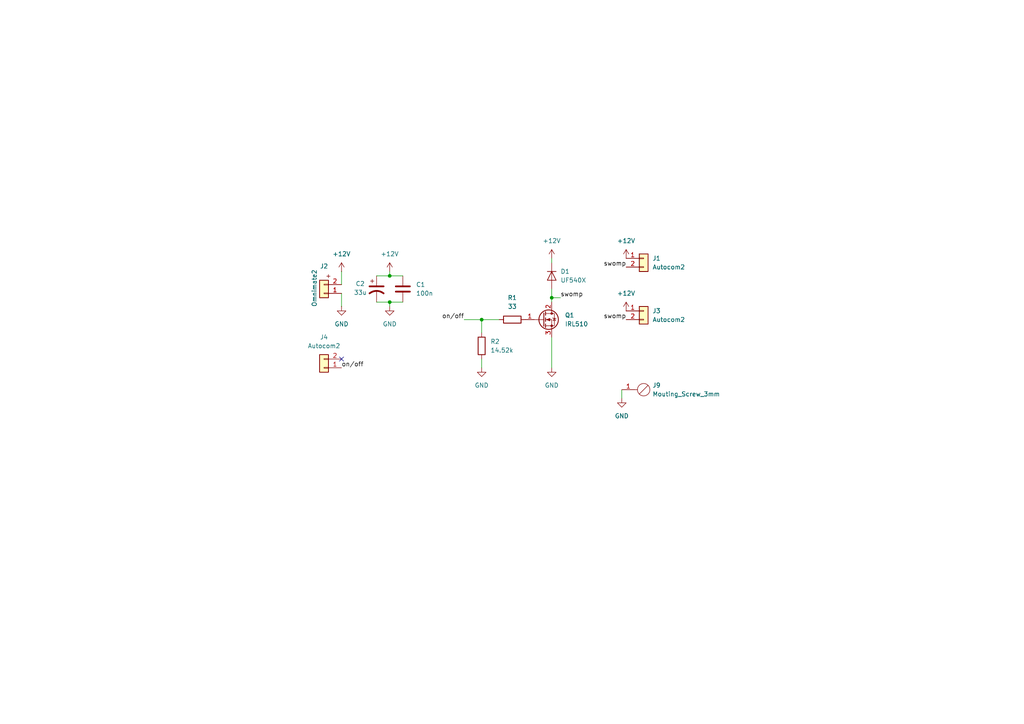
<source format=kicad_sch>
(kicad_sch (version 20250114) (generator "eeschema") (generator_version "9.0")
  (paper "A4")
  (lib_symbols
    (symbol "SymbGamelGe2_v6:Autocom2" (pin_names (offset 1.016) (hide yes))
      (property "Reference" "J" (at 0 2.54 0))
      (property "Value" "Autocom2" (at 0 -5.08 0))
      (symbol "Autocom2_1_1"
        (rectangle (start -1.27 1.27) (end 1.27 -3.81) (stroke (width 0.254)) (fill (type background)))
        (rectangle (start -1.27 0.127) (end 0 -0.127) (stroke (width 0.1524)))
        (rectangle (start -1.27 -2.413) (end 0 -2.667) (stroke (width 0.1524)))
        (pin passive line (at -5.08 0 0) (length 3.81) (name "Pin_1") (number "1"))
        (pin passive line (at -5.08 -2.54 0) (length 3.81) (name "Pin_2") (number "2"))
      )
    )
    (symbol "SymbGamelGe2_v6:C" (pin_numbers (hide yes)) (pin_names (offset 0.254))
      (property "Reference" "C" (at 0.635 2.54 0))
      (property "Value" "C" (at 0.635 -2.54 0))
      (symbol "C_0_1"
        (polyline (pts (xy -2.032 0.762) (xy 2.032 0.762)) (stroke (width 0.508)))
        (polyline (pts (xy -2.032 -0.762) (xy 2.032 -0.762)) (stroke (width 0.508)))
      )
      (symbol "C_1_1"
        (pin passive line (at 0 3.81 270) (length 2.794) (name "~") (number "1"))
        (pin passive line (at 0 -3.81 90) (length 2.794) (name "~") (number "2"))
      )
    )
    (symbol "SymbGamelGe2_v6:Cp" (pin_numbers (hide yes)) (pin_names (offset 0.254) (hide yes))
      (property "Reference" "C" (at 0.635 2.54 0))
      (property "Value" "Cp" (at 0.635 -2.54 0))
      (symbol "Cp_0_1"
        (polyline (pts (xy -2.032 0.762) (xy 2.032 0.762)) (stroke (width 0.508)))
        (polyline (pts (xy -1.778 2.286) (xy -0.762 2.286)))
        (polyline (pts (xy -1.27 1.778) (xy -1.27 2.794)))
        (arc (start -2.032 -1.27) (mid 0 -0.5572) (end 2.032 -1.27) (stroke (width 0.508)))
      )
      (symbol "Cp_1_1"
        (pin passive line (at 0 3.81 270) (length 2.794) (name "~") (number "1"))
        (pin passive line (at 0 -3.81 90) (length 3.302) (name "~") (number "2"))
      )
    )
    (symbol "SymbGamelGe2_v6:IRL510" (pin_names (offset 0) (hide yes))
      (property "Reference" "Q" (at 6.35 1.905 0))
      (property "Value" "IRL510" (at 6.35 0 0))
      (symbol "IRL510_0_1"
        (polyline (pts (xy 0.254 1.905) (xy 0.254 -1.905) (xy 0.254 -1.905)) (stroke (width 0.254)))
        (polyline (pts (xy 0.254 0) (xy -2.54 0)))
        (polyline (pts (xy 0.762 2.286) (xy 0.762 1.27)) (stroke (width 0.254)))
        (polyline (pts (xy 0.762 1.778) (xy 2.54 1.778)))
        (polyline (pts (xy 0.762 0.508) (xy 0.762 -0.508)) (stroke (width 0.254)))
        (polyline (pts (xy 0.762 0) (xy 2.54 0)))
        (polyline (pts (xy 0.762 -1.27) (xy 0.762 -2.286)) (stroke (width 0.254)))
        (polyline (pts (xy 0.762 -1.778) (xy 2.54 -1.778)))
        (polyline (pts (xy 1.016 0) (xy 2.032 0.381) (xy 2.032 -0.381) (xy 1.016 0)) (fill (type outline)))
        (circle (center 1.651 0) (radius 2.8194) (stroke (width 0.254)))
        (polyline (pts (xy 2.54 2.54) (xy 2.54 1.778)))
        (circle (center 2.54 1.778) (radius 0.2794) (fill (type outline)))
        (polyline (pts (xy 2.54 -1.778) (xy 2.54 0)))
        (polyline (pts (xy 2.54 -1.778) (xy 2.54 -2.54)))
        (polyline (pts (xy 2.54 -1.778) (xy 3.302 -1.778) (xy 3.302 1.778) (xy 2.54 1.778)))
        (circle (center 2.54 -1.778) (radius 0.2794) (fill (type outline)))
        (polyline (pts (xy 2.794 0.508) (xy 2.921 0.381) (xy 3.683 0.381) (xy 3.81 0.254)))
        (polyline (pts (xy 3.302 0.381) (xy 2.921 -0.254) (xy 3.683 -0.254) (xy 3.302 0.381)))
      )
      (symbol "IRL510_1_1"
        (pin input line (at -5.08 0 0) (length 2.54) (name "G") (number "1"))
        (pin passive line (at 2.54 5.08 270) (length 2.54) (name "D") (number "2"))
        (pin passive line (at 2.54 -5.08 90) (length 2.54) (name "S") (number "3"))
      )
    )
    (symbol "SymbGamelGe2_v6:Mouting_Screw_3mm" (pin_names (offset 1.016) (hide yes))
      (property "Reference" "J" (at 0 2.54 0))
      (property "Value" "Mouting_Screw_3mm" (at 1.27 -2.54 0))
      (symbol "Mouting_Screw_3mm_0_1"
        (polyline (pts (xy 0 -1.27) (xy 2.54 1.27)))
        (circle (center 1.27 0) (radius 1.8034))
      )
      (symbol "Mouting_Screw_3mm_1_1"
        (polyline (pts (xy -1.27 0) (xy -0.508 0)) (stroke (width 0.1524)))
        (pin passive line (at -5.08 0 0) (length 3.81) (name "Pin_1") (number "1"))
      )
    )
    (symbol "SymbGamelGe2_v6:Omnimate2" (pin_names (offset 1.016) (hide yes))
      (property "Reference" "J" (at -1.27 2.54 0))
      (property "Value" "Omnimate2" (at 0 -5.08 0))
      (symbol "Omnimate2_0_0"
        (text "+" (at 1.27 2.54 0) (effects (font (size 1.27 1.27))))
      )
      (symbol "Omnimate2_1_1"
        (rectangle (start -1.27 1.27) (end 1.27 -3.81) (stroke (width 0.254)) (fill (type background)))
        (rectangle (start 0 0.127) (end 1.27 -0.127) (stroke (width 0.1524)))
        (rectangle (start 0 -2.413) (end 1.27 -2.667) (stroke (width 0.1524)))
        (pin passive line (at 5.08 0 180) (length 3.81) (name "Pin_2") (number "2"))
        (pin passive line (at 5.08 -2.54 180) (length 3.81) (name "Pin_1") (number "1"))
      )
    )
    (symbol "SymbGamelGe2_v6:R" (pin_numbers (hide yes)) (pin_names (offset 0))
      (property "Reference" "R" (at 2.032 0 90))
      (property "Value" "R" (at 0 0 90))
      (symbol "R_0_1"
        (rectangle (start -1.016 -2.54) (end 1.016 2.54) (stroke (width 0.254)))
      )
      (symbol "R_1_1"
        (pin passive line (at 0 3.81 270) (length 1.27) (name "~") (number "1"))
        (pin passive line (at 0 -3.81 90) (length 1.27) (name "~") (number "2"))
      )
    )
    (symbol "SymbGamelGe2_v6:UF540X" (pin_numbers (hide yes)) (pin_names (offset 1.016) (hide yes))
      (property "Reference" "D" (at 0 2.54 0))
      (property "Value" "UF540X" (at 0 -2.54 0))
      (symbol "UF540X_0_1"
        (polyline (pts (xy -1.27 1.27) (xy -1.27 -1.27)) (stroke (width 0.2032)))
        (polyline (pts (xy 1.27 1.27) (xy 1.27 -1.27) (xy -1.27 0) (xy 1.27 1.27)) (stroke (width 0.2032)))
        (polyline (pts (xy 1.27 0) (xy -1.27 0)))
      )
      (symbol "UF540X_1_1"
        (pin passive line (at -3.81 0 0) (length 2.54) (name "K") (number "1"))
        (pin passive line (at 3.81 0 180) (length 2.54) (name "A") (number "2"))
      )
    )
    (symbol "power:+12V" (power) (pin_numbers (hide yes)) (pin_names (offset 0) (hide yes))
      (property "Value" "+12V" (at 0 3.556 0))
      (symbol "+12V_0_1"
        (polyline (pts (xy -0.762 1.27) (xy 0 2.54)))
        (polyline (pts (xy 0 2.54) (xy 0.762 1.27)))
        (polyline (pts (xy 0 0) (xy 0 2.54)))
      )
      (symbol "+12V_1_1"
        (pin power_in line (at 0 0 90) (length 0) (name "~") (number "1"))
      )
    )
    (symbol "power:GND" (power) (pin_numbers (hide yes)) (pin_names (offset 0) (hide yes))
      (property "Value" "GND" (at 0 -3.81 0))
      (symbol "GND_0_1"
        (polyline (pts (xy 0 0) (xy 0 -1.27) (xy 1.27 -1.27) (xy 0 -2.54) (xy -1.27 -1.27) (xy 0 -1.27)))
      )
      (symbol "GND_1_1"
        (pin power_in line (at 0 0 270) (length 0) (name "~") (number "1"))
      )
    )
  )
  (junction (at 113.03 87.63))
  (junction (at 160.02 86.36))
  (junction (at 139.7 92.71))
  (junction (at 113.03 80.01))
  (no_connect (at 99.06 104.14))
  (wire (pts (xy 113.03 88.9) (xy 113.03 87.63)))
  (wire (pts (xy 109.22 87.63) (xy 113.03 87.63)))
  (wire (pts (xy 160.02 83.82) (xy 160.02 86.36)))
  (wire (pts (xy 134.62 92.71) (xy 139.7 92.71)))
  (wire (pts (xy 99.06 88.9) (xy 99.06 85.09)))
  (wire (pts (xy 113.03 87.63) (xy 116.84 87.63)))
  (wire (pts (xy 139.7 92.71) (xy 139.7 96.52)))
  (wire (pts (xy 160.02 74.93) (xy 160.02 76.2)))
  (wire (pts (xy 160.02 86.36) (xy 160.02 87.63)))
  (wire (pts (xy 99.06 78.74) (xy 99.06 82.55)))
  (wire (pts (xy 139.7 92.71) (xy 144.78 92.71)))
  (wire (pts (xy 109.22 80.01) (xy 113.03 80.01)))
  (wire (pts (xy 139.7 106.68) (xy 139.7 104.14)))
  (wire (pts (xy 113.03 80.01) (xy 116.84 80.01)))
  (wire (pts (xy 160.02 106.68) (xy 160.02 97.79)))
  (wire (pts (xy 113.03 78.74) (xy 113.03 80.01)))
  (wire (pts (xy 162.56 86.36) (xy 160.02 86.36)))
  (wire (pts (xy 180.34 115.57) (xy 180.34 113.03)))
  (label "swomp" (at 181.61 77.47 180))
  (label "on{slash}off" (at 99.06 106.68 0))
  (label "swomp" (at 162.56 86.36 0))
  (label "swomp" (at 181.61 92.71 180))
  (label "on{slash}off" (at 134.62 92.71 180))
  (symbol (lib_id "power:GND") (at 180.34 115.57 0) (unit 1)
    (property "Reference" "#PWR010" (effects (hide yes)))
    (property "Value" "GND" (at 180.34 120.65 0))
    (property "Description" "Power symbol creates a global label with name \"GND\" , ground" (effects (hide yes)))
  )
  (symbol (lib_id "SymbGamelGe2_v6:C") (at 116.84 83.82 0) (unit 1)
    (property "Reference" "C1" (at 120.65 82.5499 0) (effects (justify left)))
    (property "Value" "100n" (at 120.65 85.0899 0) (effects (justify left)))
    (property "Footprint" "FootprintGamelGe2_v6:C_Rect_L7.0mm_W2.5mm_P5.00mm" (effects (hide yes)))
    (property "Description" "Unpolarized capacitor" (effects (hide yes)))
  )
  (symbol (lib_id "SymbGamelGe2_v6:Cp") (at 109.22 83.82 0) (unit 1)
    (property "Reference" "C2" (at 103.124 82.296 0) (effects (justify left)))
    (property "Value" "33u" (at 102.616 84.836 0) (effects (justify left)))
    (property "Footprint" "FootprintGamelGe2_v6:CP_Radial_D5.0mm_P2.50mm" (effects (hide yes)))
    (property "Description" "Polarized capacitor, US symbol" (effects (hide yes)))
  )
  (symbol (lib_id "power:GND") (at 113.03 88.9 0) (unit 1)
    (property "Reference" "#PWR04" (effects (hide yes)))
    (property "Value" "GND" (at 113.03 93.98 0))
    (property "Description" "Power symbol creates a global label with name \"GND\" , ground" (effects (hide yes)))
  )
  (symbol (lib_id "power:GND") (at 160.02 106.68 0) (unit 1)
    (property "Reference" "#PWR06" (effects (hide yes)))
    (property "Value" "GND" (at 160.02 111.76 0))
    (property "Description" "Power symbol creates a global label with name \"GND\" , ground" (effects (hide yes)))
  )
  (symbol (lib_id "SymbGamelGe2_v6:Autocom2") (at 186.69 90.17 0) (unit 1)
    (property "Reference" "J3" (at 189.23 90.1699 0) (effects (justify left)))
    (property "Value" "Autocom2" (at 189.23 92.7099 0) (effects (justify left)))
    (property "Footprint" "FootprintGamelGe2_v6:Autocom2" (effects (hide yes)))
    (property "Description" "Autocom HE14 connector, single row, 01x02" (effects (hide yes)))
  )
  (symbol (lib_id "SymbGamelGe2_v6:UF540X") (at 160.02 80.01 270) (unit 1)
    (property "Reference" "D1" (at 162.56 78.7399 90) (effects (justify left)))
    (property "Value" "UF540X" (at 162.56 81.2799 90) (effects (justify left)))
    (property "Footprint" "FootprintGamelGe2_v6:D_DO-201AD_P15.24mm_Horizontal" (effects (hide yes)))
    (property "Datasheet" "https://www.vishay.com/docs/88756/uf5400.pdf" (effects (hide yes)))
    (property "Description" "Fast Diode, DO-201AD" (effects (hide yes)))
  )
  (symbol (lib_id "SymbGamelGe2_v6:IRL510") (at 157.48 92.71 0) (unit 1)
    (property "Reference" "Q1" (at 163.83 91.4399 0) (effects (justify left)))
    (property "Value" "IRL510" (at 163.83 93.9799 0) (effects (justify left)))
    (property "Footprint" "FootprintGamelGe2_v6:TO-220-3_Vertical" (effects (hide yes)))
    (property "Datasheet" "https://www.vishay.com/docs/91297/sihl510.pdf" (effects (hide yes)))
    (property "Description" "5.6A Id, 100V Vds, N-Channel Power MOSFET, TO-220" (effects (hide yes)))
  )
  (symbol (lib_id "power:GND") (at 139.7 106.68 0) (unit 1)
    (property "Reference" "#PWR09" (effects (hide yes)))
    (property "Value" "GND" (at 139.7 111.76 0))
    (property "Description" "Power symbol creates a global label with name \"GND\" , ground" (effects (hide yes)))
  )
  (symbol (lib_id "power:+12V") (at 99.06 78.74 0) (unit 1)
    (property "Reference" "#PWR01" (effects (hide yes)))
    (property "Value" "+12V" (at 99.06 73.66 0))
    (property "Description" "Power symbol creates a global label with name \"+12V\"" (effects (hide yes)))
  )
  (symbol (lib_id "power:GND") (at 99.06 88.9 0) (unit 1)
    (property "Reference" "#PWR02" (effects (hide yes)))
    (property "Value" "GND" (at 99.06 93.98 0))
    (property "Description" "Power symbol creates a global label with name \"GND\" , ground" (effects (hide yes)))
  )
  (symbol (lib_id "SymbGamelGe2_v6:Omnimate2") (at 93.98 82.55 0) (unit 1)
    (property "Reference" "J2" (at 93.98 77.216 0))
    (property "Value" "Omnimate2" (at 91.186 83.566 90))
    (property "Footprint" "FootprintGamelGe2_v6:OmnimateSL-5,08_1x02_P5.08mm_Vertical" (effects (hide yes)))
    (property "Description" "Connector BL/SL 5.08, single row, 01x02, power supply connector" (effects (hide yes)))
  )
  (symbol (lib_id "SymbGamelGe2_v6:Autocom2") (at 186.69 74.93 0) (unit 1)
    (property "Reference" "J1" (at 189.23 74.9299 0) (effects (justify left)))
    (property "Value" "Autocom2" (at 189.23 77.4699 0) (effects (justify left)))
    (property "Footprint" "FootprintGamelGe2_v6:Autocom2" (effects (hide yes)))
    (property "Description" "Autocom HE14 connector, single row, 01x02" (effects (hide yes)))
  )
  (symbol (lib_id "SymbGamelGe2_v6:Autocom2") (at 93.98 106.68 180) (unit 1)
    (property "Reference" "J4" (at 93.98 97.79 0))
    (property "Value" "Autocom2" (at 93.98 100.33 0))
    (property "Footprint" "FootprintGamelGe2_v6:Autocom2" (effects (hide yes)))
    (property "Description" "Autocom HE14 connector, single row, 01x02" (effects (hide yes)))
  )
  (symbol (lib_id "power:+12V") (at 181.61 74.93 0) (unit 1)
    (property "Reference" "#PWR07" (effects (hide yes)))
    (property "Value" "+12V" (at 181.61 69.85 0))
    (property "Description" "Power symbol creates a global label with name \"+12V\"" (effects (hide yes)))
  )
  (symbol (lib_id "power:+12V") (at 181.61 90.17 0) (unit 1)
    (property "Reference" "#PWR08" (effects (hide yes)))
    (property "Value" "+12V" (at 181.61 85.09 0))
    (property "Description" "Power symbol creates a global label with name \"+12V\"" (effects (hide yes)))
  )
  (symbol (lib_id "power:+12V") (at 113.03 78.74 0) (unit 1)
    (property "Reference" "#PWR03" (effects (hide yes)))
    (property "Value" "+12V" (at 113.03 73.66 0))
    (property "Description" "Power symbol creates a global label with name \"+12V\"" (effects (hide yes)))
  )
  (symbol (lib_id "power:+12V") (at 160.02 74.93 0) (unit 1)
    (property "Reference" "#PWR05" (effects (hide yes)))
    (property "Value" "+12V" (at 160.02 69.85 0))
    (property "Description" "Power symbol creates a global label with name \"+12V\"" (effects (hide yes)))
  )
  (symbol (lib_id "SymbGamelGe2_v6:Mouting_Screw_3mm") (at 185.42 113.03 0) (unit 1)
    (property "Reference" "J9" (at 189.23 111.76 0) (effects (justify left)))
    (property "Value" "Mouting_Screw_3mm" (at 189.23 114.3 0) (effects (justify left)))
    (property "Footprint" "FootprintGamelGe2_v6:Mounting_Screw_3mm" (effects (hide yes)))
  )
  (symbol (lib_id "SymbGamelGe2_v6:R") (at 148.59 92.71 90) (unit 1)
    (property "Reference" "R1" (at 148.59 86.36 90))
    (property "Value" "33" (at 148.59 88.9 90))
    (property "Footprint" "FootprintGamelGe2_v6:R_Axial_DIN0207_L6.3mm_D2.5mm_P10.16mm_Horizontal" (effects (hide yes)))
    (property "Description" "Resistor 1/4W" (effects (hide yes)))
  )
  (symbol (lib_id "SymbGamelGe2_v6:R") (at 139.7 100.33 0) (unit 1)
    (property "Reference" "R2" (at 142.24 99.0599 0) (effects (justify left)))
    (property "Value" "14.52k" (at 142.24 101.5999 0) (effects (justify left)))
    (property "Footprint" "FootprintGamelGe2_v6:R_Axial_DIN0207_L6.3mm_D2.5mm_P10.16mm_Horizontal" (effects (hide yes)))
    (property "Description" "Resistor 1/4W" (effects (hide yes)))
  )
)
</source>
